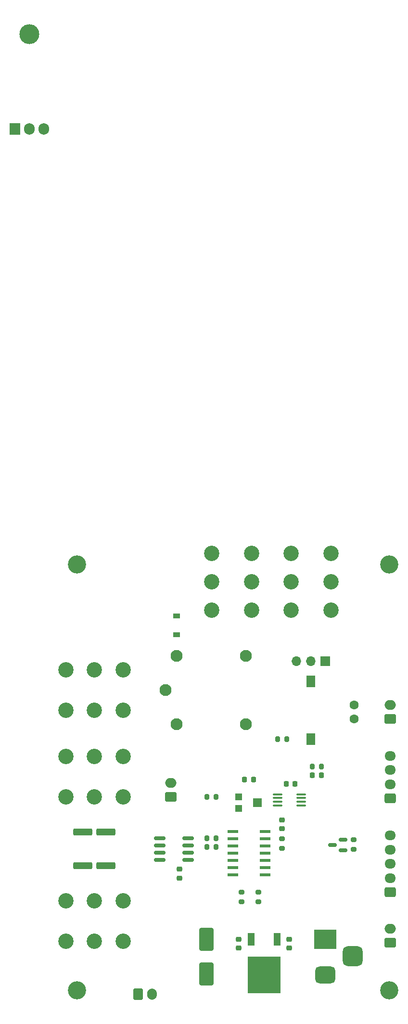
<source format=gbr>
%TF.GenerationSoftware,KiCad,Pcbnew,(6.0.7)*%
%TF.CreationDate,2025-03-09T22:25:54+09:00*%
%TF.ProjectId,Main_SMD_Controller,4d61696e-5f53-44d4-945f-436f6e74726f,rev?*%
%TF.SameCoordinates,Original*%
%TF.FileFunction,Soldermask,Top*%
%TF.FilePolarity,Negative*%
%FSLAX46Y46*%
G04 Gerber Fmt 4.6, Leading zero omitted, Abs format (unit mm)*
G04 Created by KiCad (PCBNEW (6.0.7)) date 2025-03-09 22:25:54*
%MOMM*%
%LPD*%
G01*
G04 APERTURE LIST*
G04 Aperture macros list*
%AMRoundRect*
0 Rectangle with rounded corners*
0 $1 Rounding radius*
0 $2 $3 $4 $5 $6 $7 $8 $9 X,Y pos of 4 corners*
0 Add a 4 corners polygon primitive as box body*
4,1,4,$2,$3,$4,$5,$6,$7,$8,$9,$2,$3,0*
0 Add four circle primitives for the rounded corners*
1,1,$1+$1,$2,$3*
1,1,$1+$1,$4,$5*
1,1,$1+$1,$6,$7*
1,1,$1+$1,$8,$9*
0 Add four rect primitives between the rounded corners*
20,1,$1+$1,$2,$3,$4,$5,0*
20,1,$1+$1,$4,$5,$6,$7,0*
20,1,$1+$1,$6,$7,$8,$9,0*
20,1,$1+$1,$8,$9,$2,$3,0*%
G04 Aperture macros list end*
%ADD10R,1.524000X2.159000*%
%ADD11R,1.200000X0.900000*%
%ADD12RoundRect,0.250000X0.725000X-0.600000X0.725000X0.600000X-0.725000X0.600000X-0.725000X-0.600000X0*%
%ADD13O,1.950000X1.700000*%
%ADD14RoundRect,0.150000X0.587500X0.150000X-0.587500X0.150000X-0.587500X-0.150000X0.587500X-0.150000X0*%
%ADD15R,1.850000X0.550000*%
%ADD16O,2.000000X1.700000*%
%ADD17RoundRect,0.250000X0.750000X-0.600000X0.750000X0.600000X-0.750000X0.600000X-0.750000X-0.600000X0*%
%ADD18R,1.200000X2.200000*%
%ADD19R,5.800000X6.400000*%
%ADD20R,1.700000X1.700000*%
%ADD21O,1.700000X1.700000*%
%ADD22C,1.600000*%
%ADD23RoundRect,0.225000X-0.250000X0.225000X-0.250000X-0.225000X0.250000X-0.225000X0.250000X0.225000X0*%
%ADD24RoundRect,0.225000X0.250000X-0.225000X0.250000X0.225000X-0.250000X0.225000X-0.250000X-0.225000X0*%
%ADD25C,3.200000*%
%ADD26RoundRect,0.200000X-0.275000X0.200000X-0.275000X-0.200000X0.275000X-0.200000X0.275000X0.200000X0*%
%ADD27RoundRect,0.250000X-1.425000X0.362500X-1.425000X-0.362500X1.425000X-0.362500X1.425000X0.362500X0*%
%ADD28RoundRect,0.150000X0.825000X0.150000X-0.825000X0.150000X-0.825000X-0.150000X0.825000X-0.150000X0*%
%ADD29R,4.000000X3.500000*%
%ADD30RoundRect,0.750000X1.000000X-0.750000X1.000000X0.750000X-1.000000X0.750000X-1.000000X-0.750000X0*%
%ADD31RoundRect,0.875000X0.875000X-0.875000X0.875000X0.875000X-0.875000X0.875000X-0.875000X-0.875000X0*%
%ADD32RoundRect,0.200000X-0.200000X-0.275000X0.200000X-0.275000X0.200000X0.275000X-0.200000X0.275000X0*%
%ADD33C,2.100000*%
%ADD34RoundRect,0.200000X0.200000X0.275000X-0.200000X0.275000X-0.200000X-0.275000X0.200000X-0.275000X0*%
%ADD35C,2.700000*%
%ADD36RoundRect,0.225000X-0.225000X-0.250000X0.225000X-0.250000X0.225000X0.250000X-0.225000X0.250000X0*%
%ADD37RoundRect,0.250000X-0.600000X-0.750000X0.600000X-0.750000X0.600000X0.750000X-0.600000X0.750000X0*%
%ADD38O,1.700000X2.000000*%
%ADD39RoundRect,0.250000X-1.000000X1.750000X-1.000000X-1.750000X1.000000X-1.750000X1.000000X1.750000X0*%
%ADD40RoundRect,0.225000X0.225000X0.250000X-0.225000X0.250000X-0.225000X-0.250000X0.225000X-0.250000X0*%
%ADD41O,3.500000X3.500000*%
%ADD42R,1.905000X2.000000*%
%ADD43O,1.905000X2.000000*%
%ADD44R,1.200000X1.200000*%
%ADD45R,1.500000X1.600000*%
%ADD46RoundRect,0.100000X-0.712500X-0.100000X0.712500X-0.100000X0.712500X0.100000X-0.712500X0.100000X0*%
G04 APERTURE END LIST*
D10*
%TO.C,R10*%
X76200000Y-65786000D03*
X76200000Y-55626000D03*
%TD*%
D11*
%TO.C,D1*%
X52578000Y-47370000D03*
X52578000Y-44070000D03*
%TD*%
D12*
%TO.C,J4*%
X90170000Y-76200000D03*
D13*
X90170000Y-73700000D03*
X90170000Y-71200000D03*
X90170000Y-68700000D03*
%TD*%
D14*
%TO.C,Q1*%
X79933800Y-84404200D03*
X81808800Y-83454200D03*
X81808800Y-85354200D03*
%TD*%
D15*
%TO.C,U2*%
X62403000Y-82042000D03*
X62403000Y-83312000D03*
X62403000Y-84582000D03*
X62403000Y-85852000D03*
X62403000Y-87122000D03*
X62403000Y-88392000D03*
X62403000Y-89662000D03*
X68153000Y-89662000D03*
X68153000Y-88392000D03*
X68153000Y-87122000D03*
X68153000Y-85852000D03*
X68153000Y-84582000D03*
X68153000Y-83312000D03*
X68153000Y-82042000D03*
%TD*%
D16*
%TO.C,J5*%
X90170000Y-99100000D03*
D17*
X90170000Y-101600000D03*
%TD*%
%TO.C,J9*%
X90170000Y-62230000D03*
D16*
X90170000Y-59730000D03*
%TD*%
D18*
%TO.C,U1*%
X70225000Y-100965000D03*
D19*
X67945000Y-107265000D03*
D18*
X65665000Y-100965000D03*
%TD*%
D20*
%TO.C,J7*%
X78725000Y-52070000D03*
D21*
X76185000Y-52070000D03*
X73645000Y-52070000D03*
%TD*%
D22*
%TO.C,TH1*%
X83820000Y-62230000D03*
X83820000Y-59730000D03*
%TD*%
D23*
%TO.C,C1*%
X72390000Y-100965000D03*
X72390000Y-102515000D03*
%TD*%
D24*
%TO.C,C6*%
X71120000Y-81547000D03*
X71120000Y-79997000D03*
%TD*%
D25*
%TO.C,H3*%
X90000000Y-110000000D03*
%TD*%
D26*
%TO.C,R1*%
X71120000Y-83312000D03*
X71120000Y-84962000D03*
%TD*%
D27*
%TO.C,R11*%
X40132000Y-82127500D03*
X40132000Y-88052500D03*
%TD*%
D28*
%TO.C,U3*%
X54545000Y-86995000D03*
X54545000Y-85725000D03*
X54545000Y-84455000D03*
X54545000Y-83185000D03*
X49595000Y-83185000D03*
X49595000Y-84455000D03*
X49595000Y-85725000D03*
X49595000Y-86995000D03*
%TD*%
D29*
%TO.C,J1*%
X78740000Y-100965000D03*
D30*
X78740000Y-107215000D03*
D31*
X83540000Y-103965000D03*
%TD*%
D26*
%TO.C,R2*%
X66929000Y-92710000D03*
X66929000Y-94360000D03*
%TD*%
D32*
%TO.C,R6*%
X70295000Y-65786000D03*
X71945000Y-65786000D03*
%TD*%
D17*
%TO.C,J13*%
X51562000Y-75946000D03*
D16*
X51562000Y-73446000D03*
%TD*%
D33*
%TO.C,RLY1*%
X52570000Y-63150000D03*
X64770000Y-63150000D03*
X64770000Y-51150000D03*
X52570000Y-51150000D03*
X50570000Y-57150000D03*
%TD*%
D34*
%TO.C,R5*%
X78041000Y-70612000D03*
X76391000Y-70612000D03*
%TD*%
D26*
%TO.C,R4*%
X83693000Y-83503000D03*
X83693000Y-85153000D03*
%TD*%
D35*
%TO.C,J8*%
X33100000Y-101340000D03*
X43100000Y-101340000D03*
X38100000Y-101340000D03*
X33100000Y-94240000D03*
X43100000Y-94240000D03*
X38100000Y-94240000D03*
%TD*%
D36*
%TO.C,C8*%
X64503000Y-72898000D03*
X66053000Y-72898000D03*
%TD*%
D37*
%TO.C,J3*%
X45740000Y-110600000D03*
D38*
X48240000Y-110600000D03*
%TD*%
D39*
%TO.C,C3*%
X57785000Y-100965000D03*
X57785000Y-107065000D03*
%TD*%
D34*
%TO.C,R9*%
X59499000Y-83185000D03*
X57849000Y-83185000D03*
%TD*%
D40*
%TO.C,C4*%
X71856000Y-73660000D03*
X73406000Y-73660000D03*
%TD*%
D34*
%TO.C,R8*%
X59499000Y-84709000D03*
X57849000Y-84709000D03*
%TD*%
D25*
%TO.C,H4*%
X90000000Y-35000000D03*
%TD*%
D41*
%TO.C,Q2*%
X26670000Y58230000D03*
D42*
X24130000Y41570000D03*
D43*
X26670000Y41570000D03*
X29210000Y41570000D03*
%TD*%
D35*
%TO.C,J12*%
X33100000Y-60700000D03*
X33100000Y-53600000D03*
X38100000Y-60700000D03*
X43100000Y-53600000D03*
X38100000Y-53600000D03*
X43100000Y-60700000D03*
%TD*%
%TO.C,J14*%
X38100000Y-68840000D03*
X38100000Y-75940000D03*
X33100000Y-68840000D03*
X43100000Y-68840000D03*
X33100000Y-75940000D03*
X43100000Y-75940000D03*
%TD*%
D27*
%TO.C,R12*%
X36068000Y-82127500D03*
X36068000Y-88052500D03*
%TD*%
D34*
%TO.C,R7*%
X59499000Y-75946000D03*
X57849000Y-75946000D03*
%TD*%
D25*
%TO.C,H1*%
X35000000Y-35000000D03*
%TD*%
D40*
%TO.C,C7*%
X77991000Y-72136000D03*
X76441000Y-72136000D03*
%TD*%
D25*
%TO.C,H2*%
X35000000Y-110000000D03*
%TD*%
D23*
%TO.C,C5*%
X53086000Y-88646000D03*
X53086000Y-90196000D03*
%TD*%
D44*
%TO.C,RV1*%
X63478000Y-75962000D03*
D45*
X66728000Y-76962000D03*
D44*
X63478000Y-77962000D03*
%TD*%
D46*
%TO.C,U4*%
X70277500Y-75479000D03*
X70277500Y-76129000D03*
X70277500Y-76779000D03*
X70277500Y-77429000D03*
X74502500Y-77429000D03*
X74502500Y-76779000D03*
X74502500Y-76129000D03*
X74502500Y-75479000D03*
%TD*%
D35*
%TO.C,J11*%
X58680000Y-38100000D03*
X58680000Y-33100000D03*
X58680000Y-43100000D03*
X65780000Y-33100000D03*
X65780000Y-38100000D03*
X65780000Y-43100000D03*
%TD*%
%TO.C,J10*%
X72650000Y-38100000D03*
X79750000Y-43100000D03*
X79750000Y-38100000D03*
X72650000Y-33100000D03*
X79750000Y-33100000D03*
X72650000Y-43100000D03*
%TD*%
D12*
%TO.C,J2*%
X90170000Y-92710000D03*
D13*
X90170000Y-90210000D03*
X90170000Y-87710000D03*
X90170000Y-85210000D03*
X90170000Y-82710000D03*
%TD*%
D26*
%TO.C,R3*%
X64008000Y-92710000D03*
X64008000Y-94360000D03*
%TD*%
D23*
%TO.C,C2*%
X63500000Y-100965000D03*
X63500000Y-102515000D03*
%TD*%
M02*

</source>
